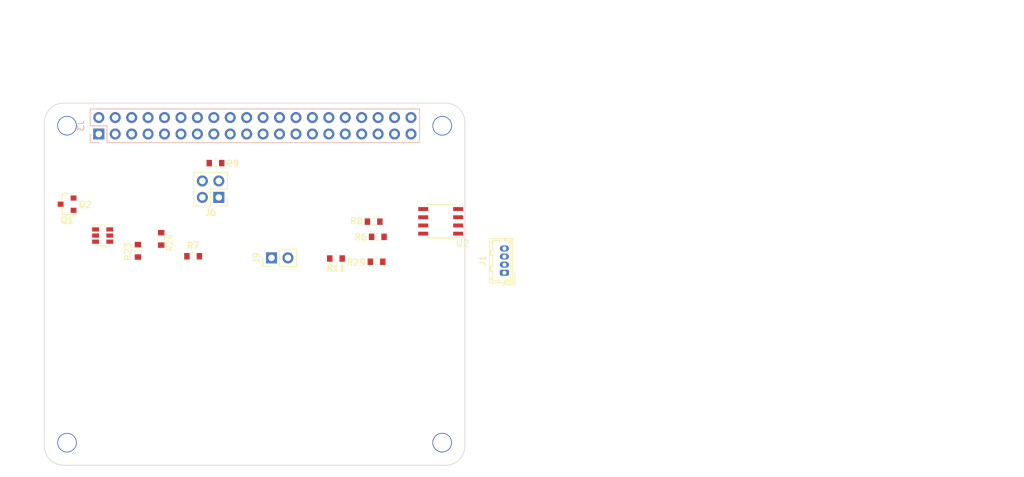
<source format=kicad_pcb>
(kicad_pcb (version 20171130) (host pcbnew "(5.0.2)-1")

  (general
    (thickness 1.6)
    (drawings 54)
    (tracks 0)
    (zones 0)
    (modules 19)
    (nets 38)
  )

  (page A4)
  (layers
    (0 F.Cu signal)
    (31 B.Cu signal)
    (32 B.Adhes user)
    (33 F.Adhes user)
    (34 B.Paste user)
    (35 F.Paste user)
    (36 B.SilkS user)
    (37 F.SilkS user)
    (38 B.Mask user)
    (39 F.Mask user)
    (40 Dwgs.User user)
    (41 Cmts.User user)
    (42 Eco1.User user)
    (43 Eco2.User user)
    (44 Edge.Cuts user)
    (45 Margin user)
    (46 B.CrtYd user)
    (47 F.CrtYd user)
    (48 B.Fab user)
    (49 F.Fab user)
  )

  (setup
    (last_trace_width 0.15)
    (user_trace_width 0.15)
    (user_trace_width 0.2)
    (user_trace_width 0.25)
    (user_trace_width 0.4)
    (user_trace_width 0.5)
    (user_trace_width 0.6)
    (user_trace_width 1)
    (user_trace_width 2)
    (trace_clearance 0.2)
    (zone_clearance 0.2)
    (zone_45_only yes)
    (trace_min 0.15)
    (segment_width 0.15)
    (edge_width 0.15)
    (via_size 0.4)
    (via_drill 0.2)
    (via_min_size 0.4)
    (via_min_drill 0.2)
    (uvia_size 0.3)
    (uvia_drill 0.1)
    (uvias_allowed no)
    (uvia_min_size 0.2)
    (uvia_min_drill 0.1)
    (pcb_text_width 0.3)
    (pcb_text_size 1.5 1.5)
    (mod_edge_width 0.15)
    (mod_text_size 0.6 0.6)
    (mod_text_width 0.09)
    (pad_size 1.524 1.524)
    (pad_drill 0.762)
    (pad_to_mask_clearance 0.1)
    (solder_mask_min_width 0.25)
    (aux_axis_origin 0 0)
    (visible_elements 7FFFFE3F)
    (pcbplotparams
      (layerselection 0x010f8_80000007)
      (usegerberextensions false)
      (usegerberattributes false)
      (usegerberadvancedattributes false)
      (creategerberjobfile false)
      (excludeedgelayer false)
      (linewidth 0.100000)
      (plotframeref false)
      (viasonmask false)
      (mode 1)
      (useauxorigin false)
      (hpglpennumber 1)
      (hpglpenspeed 20)
      (hpglpendiameter 15.000000)
      (psnegative false)
      (psa4output false)
      (plotreference true)
      (plotvalue false)
      (plotinvisibletext false)
      (padsonsilk true)
      (subtractmaskfromsilk false)
      (outputformat 1)
      (mirror false)
      (drillshape 0)
      (scaleselection 1)
      (outputdirectory "prod"))
  )

  (net 0 "")
  (net 1 GND)
  (net 2 /ID_SD_EEPROM)
  (net 3 /ID_SC_EEPROM)
  (net 4 "Net-(Q1-Pad1)")
  (net 5 "Net-(Q2-Pad1)")
  (net 6 /P3V3_HAT)
  (net 7 /P5V_HAT)
  (net 8 /P3V3)
  (net 9 /P5V)
  (net 10 "Net-(J9-Pad2)")
  (net 11 "Net-(J3-Pad3)")
  (net 12 "Net-(J3-Pad5)")
  (net 13 "Net-(J3-Pad7)")
  (net 14 "Net-(J3-Pad8)")
  (net 15 "Net-(J3-Pad10)")
  (net 16 "Net-(J3-Pad11)")
  (net 17 "Net-(J3-Pad12)")
  (net 18 "Net-(J3-Pad13)")
  (net 19 "Net-(J3-Pad15)")
  (net 20 "Net-(J3-Pad16)")
  (net 21 "Net-(J3-Pad17)")
  (net 22 "Net-(J3-Pad18)")
  (net 23 "Net-(J3-Pad19)")
  (net 24 "Net-(J3-Pad21)")
  (net 25 "Net-(J3-Pad22)")
  (net 26 "Net-(J3-Pad23)")
  (net 27 "Net-(J3-Pad24)")
  (net 28 "Net-(J3-Pad26)")
  (net 29 "Net-(J3-Pad29)")
  (net 30 "Net-(J3-Pad31)")
  (net 31 "Net-(J3-Pad32)")
  (net 32 "Net-(J3-Pad33)")
  (net 33 "Net-(J3-Pad35)")
  (net 34 "Net-(J3-Pad36)")
  (net 35 "Net-(J3-Pad37)")
  (net 36 "Net-(J3-Pad38)")
  (net 37 "Net-(J3-Pad40)")

  (net_class Default "This is the default net class."
    (clearance 0.2)
    (trace_width 0.15)
    (via_dia 0.4)
    (via_drill 0.2)
    (uvia_dia 0.3)
    (uvia_drill 0.1)
    (add_net /ID_SC_EEPROM)
    (add_net /ID_SD_EEPROM)
    (add_net /P3V3)
    (add_net /P3V3_HAT)
    (add_net /P5V)
    (add_net /P5V_HAT)
    (add_net GND)
    (add_net "Net-(J3-Pad10)")
    (add_net "Net-(J3-Pad11)")
    (add_net "Net-(J3-Pad12)")
    (add_net "Net-(J3-Pad13)")
    (add_net "Net-(J3-Pad15)")
    (add_net "Net-(J3-Pad16)")
    (add_net "Net-(J3-Pad17)")
    (add_net "Net-(J3-Pad18)")
    (add_net "Net-(J3-Pad19)")
    (add_net "Net-(J3-Pad21)")
    (add_net "Net-(J3-Pad22)")
    (add_net "Net-(J3-Pad23)")
    (add_net "Net-(J3-Pad24)")
    (add_net "Net-(J3-Pad26)")
    (add_net "Net-(J3-Pad29)")
    (add_net "Net-(J3-Pad3)")
    (add_net "Net-(J3-Pad31)")
    (add_net "Net-(J3-Pad32)")
    (add_net "Net-(J3-Pad33)")
    (add_net "Net-(J3-Pad35)")
    (add_net "Net-(J3-Pad36)")
    (add_net "Net-(J3-Pad37)")
    (add_net "Net-(J3-Pad38)")
    (add_net "Net-(J3-Pad40)")
    (add_net "Net-(J3-Pad5)")
    (add_net "Net-(J3-Pad7)")
    (add_net "Net-(J3-Pad8)")
    (add_net "Net-(J9-Pad2)")
    (add_net "Net-(Q1-Pad1)")
    (add_net "Net-(Q2-Pad1)")
  )

  (module Connector_PinHeader_2.54mm:PinHeader_2x02_P2.54mm_Vertical (layer F.Cu) (tedit 59FED5CC) (tstamp 5A78A54B)
    (at 105.5 75.4 180)
    (descr "Through hole straight pin header, 2x02, 2.54mm pitch, double rows")
    (tags "Through hole pin header THT 2x02 2.54mm double row")
    (path /58E13683)
    (fp_text reference J6 (at 1.27 -2.33 180) (layer F.SilkS)
      (effects (font (size 1 1) (thickness 0.15)))
    )
    (fp_text value CONN_02X02 (at -2.032 1.27 270) (layer F.Fab)
      (effects (font (size 0.6 0.6) (thickness 0.09)))
    )
    (fp_text user %R (at 1.27 1.27 270) (layer F.Fab)
      (effects (font (size 1 1) (thickness 0.15)))
    )
    (fp_line (start 4.35 -1.8) (end -1.8 -1.8) (layer F.CrtYd) (width 0.05))
    (fp_line (start 4.35 4.35) (end 4.35 -1.8) (layer F.CrtYd) (width 0.05))
    (fp_line (start -1.8 4.35) (end 4.35 4.35) (layer F.CrtYd) (width 0.05))
    (fp_line (start -1.8 -1.8) (end -1.8 4.35) (layer F.CrtYd) (width 0.05))
    (fp_line (start -1.33 -1.33) (end 0 -1.33) (layer F.SilkS) (width 0.12))
    (fp_line (start -1.33 0) (end -1.33 -1.33) (layer F.SilkS) (width 0.12))
    (fp_line (start 1.27 -1.33) (end 3.87 -1.33) (layer F.SilkS) (width 0.12))
    (fp_line (start 1.27 1.27) (end 1.27 -1.33) (layer F.SilkS) (width 0.12))
    (fp_line (start -1.33 1.27) (end 1.27 1.27) (layer F.SilkS) (width 0.12))
    (fp_line (start 3.87 -1.33) (end 3.87 3.87) (layer F.SilkS) (width 0.12))
    (fp_line (start -1.33 1.27) (end -1.33 3.87) (layer F.SilkS) (width 0.12))
    (fp_line (start -1.33 3.87) (end 3.87 3.87) (layer F.SilkS) (width 0.12))
    (fp_line (start -1.27 0) (end 0 -1.27) (layer F.Fab) (width 0.1))
    (fp_line (start -1.27 3.81) (end -1.27 0) (layer F.Fab) (width 0.1))
    (fp_line (start 3.81 3.81) (end -1.27 3.81) (layer F.Fab) (width 0.1))
    (fp_line (start 3.81 -1.27) (end 3.81 3.81) (layer F.Fab) (width 0.1))
    (fp_line (start 0 -1.27) (end 3.81 -1.27) (layer F.Fab) (width 0.1))
    (pad 4 thru_hole oval (at 2.54 2.54 180) (size 1.7 1.7) (drill 1) (layers *.Cu *.Mask)
      (net 7 /P5V_HAT))
    (pad 3 thru_hole oval (at 0 2.54 180) (size 1.7 1.7) (drill 1) (layers *.Cu *.Mask)
      (net 9 /P5V))
    (pad 2 thru_hole oval (at 2.54 0 180) (size 1.7 1.7) (drill 1) (layers *.Cu *.Mask)
      (net 6 /P3V3_HAT))
    (pad 1 thru_hole rect (at 0 0 180) (size 1.7 1.7) (drill 1) (layers *.Cu *.Mask)
      (net 8 /P3V3))
    (model ${KISYS3DMOD}/Connector_PinHeader_2.54mm.3dshapes/PinHeader_2x02_P2.54mm_Vertical.wrl
      (at (xyz 0 0 0))
      (scale (xyz 1 1 1))
      (rotate (xyz 0 0 0))
    )
  )

  (module Connector_PinHeader_2.54mm:PinHeader_1x02_P2.54mm_Vertical (layer F.Cu) (tedit 59FED5CC) (tstamp 5A78A564)
    (at 113.65 84.75 90)
    (descr "Through hole straight pin header, 1x02, 2.54mm pitch, single row")
    (tags "Through hole pin header THT 1x02 2.54mm single row")
    (path /58E18D32)
    (fp_text reference J9 (at 0 -2.33 90) (layer F.SilkS)
      (effects (font (size 1 1) (thickness 0.15)))
    )
    (fp_text value CONN_01X02 (at -1.9 1.3 180) (layer F.Fab)
      (effects (font (size 0.6 0.6) (thickness 0.09)))
    )
    (fp_line (start -0.635 -1.27) (end 1.27 -1.27) (layer F.Fab) (width 0.1))
    (fp_line (start 1.27 -1.27) (end 1.27 3.81) (layer F.Fab) (width 0.1))
    (fp_line (start 1.27 3.81) (end -1.27 3.81) (layer F.Fab) (width 0.1))
    (fp_line (start -1.27 3.81) (end -1.27 -0.635) (layer F.Fab) (width 0.1))
    (fp_line (start -1.27 -0.635) (end -0.635 -1.27) (layer F.Fab) (width 0.1))
    (fp_line (start -1.33 3.87) (end 1.33 3.87) (layer F.SilkS) (width 0.12))
    (fp_line (start -1.33 1.27) (end -1.33 3.87) (layer F.SilkS) (width 0.12))
    (fp_line (start 1.33 1.27) (end 1.33 3.87) (layer F.SilkS) (width 0.12))
    (fp_line (start -1.33 1.27) (end 1.33 1.27) (layer F.SilkS) (width 0.12))
    (fp_line (start -1.33 0) (end -1.33 -1.33) (layer F.SilkS) (width 0.12))
    (fp_line (start -1.33 -1.33) (end 0 -1.33) (layer F.SilkS) (width 0.12))
    (fp_line (start -1.8 -1.8) (end -1.8 4.35) (layer F.CrtYd) (width 0.05))
    (fp_line (start -1.8 4.35) (end 1.8 4.35) (layer F.CrtYd) (width 0.05))
    (fp_line (start 1.8 4.35) (end 1.8 -1.8) (layer F.CrtYd) (width 0.05))
    (fp_line (start 1.8 -1.8) (end -1.8 -1.8) (layer F.CrtYd) (width 0.05))
    (fp_text user %R (at 0 1.27 180) (layer F.Fab)
      (effects (font (size 1 1) (thickness 0.15)))
    )
    (pad 1 thru_hole rect (at 0 0 90) (size 1.7 1.7) (drill 1) (layers *.Cu *.Mask)
      (net 1 GND))
    (pad 2 thru_hole oval (at 0 2.54 90) (size 1.7 1.7) (drill 1) (layers *.Cu *.Mask)
      (net 10 "Net-(J9-Pad2)"))
    (model ${KISYS3DMOD}/Connector_PinHeader_2.54mm.3dshapes/PinHeader_1x02_P2.54mm_Vertical.wrl
      (at (xyz 0 0 0))
      (scale (xyz 1 1 1))
      (rotate (xyz 0 0 0))
    )
  )

  (module Connector_PinSocket_2.54mm:PinSocket_2x20_P2.54mm_Vertical locked (layer B.Cu) (tedit 5A19A433) (tstamp 5A78A50E)
    (at 86.95 65.6 270)
    (descr "Through hole straight socket strip, 2x20, 2.54mm pitch, double cols (from Kicad 4.0.7), script generated")
    (tags "Through hole socket strip THT 2x20 2.54mm double row")
    (path /58DFC771)
    (fp_text reference J3 (at -1.27 2.77 270) (layer B.SilkS)
      (effects (font (size 1 1) (thickness 0.15)) (justify mirror))
    )
    (fp_text value 40HAT (at -1.27 -51.03 270) (layer B.Fab)
      (effects (font (size 0.6 0.6) (thickness 0.09)) (justify mirror))
    )
    (fp_line (start -3.81 1.27) (end 0.27 1.27) (layer B.Fab) (width 0.1))
    (fp_line (start 0.27 1.27) (end 1.27 0.27) (layer B.Fab) (width 0.1))
    (fp_line (start 1.27 0.27) (end 1.27 -49.53) (layer B.Fab) (width 0.1))
    (fp_line (start 1.27 -49.53) (end -3.81 -49.53) (layer B.Fab) (width 0.1))
    (fp_line (start -3.81 -49.53) (end -3.81 1.27) (layer B.Fab) (width 0.1))
    (fp_line (start -3.87 1.33) (end -1.27 1.33) (layer B.SilkS) (width 0.12))
    (fp_line (start -3.87 1.33) (end -3.87 -49.59) (layer B.SilkS) (width 0.12))
    (fp_line (start -3.87 -49.59) (end 1.33 -49.59) (layer B.SilkS) (width 0.12))
    (fp_line (start 1.33 -1.27) (end 1.33 -49.59) (layer B.SilkS) (width 0.12))
    (fp_line (start -1.27 -1.27) (end 1.33 -1.27) (layer B.SilkS) (width 0.12))
    (fp_line (start -1.27 1.33) (end -1.27 -1.27) (layer B.SilkS) (width 0.12))
    (fp_line (start 1.33 1.33) (end 1.33 0) (layer B.SilkS) (width 0.12))
    (fp_line (start 0 1.33) (end 1.33 1.33) (layer B.SilkS) (width 0.12))
    (fp_line (start -4.34 1.8) (end 1.76 1.8) (layer B.CrtYd) (width 0.05))
    (fp_line (start 1.76 1.8) (end 1.76 -50) (layer B.CrtYd) (width 0.05))
    (fp_line (start 1.76 -50) (end -4.34 -50) (layer B.CrtYd) (width 0.05))
    (fp_line (start -4.34 -50) (end -4.34 1.8) (layer B.CrtYd) (width 0.05))
    (fp_text user %R (at -1.27 -24.13 180) (layer B.Fab)
      (effects (font (size 1 1) (thickness 0.15)) (justify mirror))
    )
    (pad 1 thru_hole rect (at 0 0 270) (size 1.7 1.7) (drill 1) (layers *.Cu *.Mask)
      (net 6 /P3V3_HAT))
    (pad 2 thru_hole oval (at -2.54 0 270) (size 1.7 1.7) (drill 1) (layers *.Cu *.Mask)
      (net 7 /P5V_HAT))
    (pad 3 thru_hole oval (at 0 -2.54 270) (size 1.7 1.7) (drill 1) (layers *.Cu *.Mask)
      (net 11 "Net-(J3-Pad3)"))
    (pad 4 thru_hole oval (at -2.54 -2.54 270) (size 1.7 1.7) (drill 1) (layers *.Cu *.Mask)
      (net 7 /P5V_HAT))
    (pad 5 thru_hole oval (at 0 -5.08 270) (size 1.7 1.7) (drill 1) (layers *.Cu *.Mask)
      (net 12 "Net-(J3-Pad5)"))
    (pad 6 thru_hole oval (at -2.54 -5.08 270) (size 1.7 1.7) (drill 1) (layers *.Cu *.Mask)
      (net 1 GND))
    (pad 7 thru_hole oval (at 0 -7.62 270) (size 1.7 1.7) (drill 1) (layers *.Cu *.Mask)
      (net 13 "Net-(J3-Pad7)"))
    (pad 8 thru_hole oval (at -2.54 -7.62 270) (size 1.7 1.7) (drill 1) (layers *.Cu *.Mask)
      (net 14 "Net-(J3-Pad8)"))
    (pad 9 thru_hole oval (at 0 -10.16 270) (size 1.7 1.7) (drill 1) (layers *.Cu *.Mask)
      (net 1 GND))
    (pad 10 thru_hole oval (at -2.54 -10.16 270) (size 1.7 1.7) (drill 1) (layers *.Cu *.Mask)
      (net 15 "Net-(J3-Pad10)"))
    (pad 11 thru_hole oval (at 0 -12.7 270) (size 1.7 1.7) (drill 1) (layers *.Cu *.Mask)
      (net 16 "Net-(J3-Pad11)"))
    (pad 12 thru_hole oval (at -2.54 -12.7 270) (size 1.7 1.7) (drill 1) (layers *.Cu *.Mask)
      (net 17 "Net-(J3-Pad12)"))
    (pad 13 thru_hole oval (at 0 -15.24 270) (size 1.7 1.7) (drill 1) (layers *.Cu *.Mask)
      (net 18 "Net-(J3-Pad13)"))
    (pad 14 thru_hole oval (at -2.54 -15.24 270) (size 1.7 1.7) (drill 1) (layers *.Cu *.Mask)
      (net 1 GND))
    (pad 15 thru_hole oval (at 0 -17.78 270) (size 1.7 1.7) (drill 1) (layers *.Cu *.Mask)
      (net 19 "Net-(J3-Pad15)"))
    (pad 16 thru_hole oval (at -2.54 -17.78 270) (size 1.7 1.7) (drill 1) (layers *.Cu *.Mask)
      (net 20 "Net-(J3-Pad16)"))
    (pad 17 thru_hole oval (at 0 -20.32 270) (size 1.7 1.7) (drill 1) (layers *.Cu *.Mask)
      (net 21 "Net-(J3-Pad17)"))
    (pad 18 thru_hole oval (at -2.54 -20.32 270) (size 1.7 1.7) (drill 1) (layers *.Cu *.Mask)
      (net 22 "Net-(J3-Pad18)"))
    (pad 19 thru_hole oval (at 0 -22.86 270) (size 1.7 1.7) (drill 1) (layers *.Cu *.Mask)
      (net 23 "Net-(J3-Pad19)"))
    (pad 20 thru_hole oval (at -2.54 -22.86 270) (size 1.7 1.7) (drill 1) (layers *.Cu *.Mask)
      (net 1 GND))
    (pad 21 thru_hole oval (at 0 -25.4 270) (size 1.7 1.7) (drill 1) (layers *.Cu *.Mask)
      (net 24 "Net-(J3-Pad21)"))
    (pad 22 thru_hole oval (at -2.54 -25.4 270) (size 1.7 1.7) (drill 1) (layers *.Cu *.Mask)
      (net 25 "Net-(J3-Pad22)"))
    (pad 23 thru_hole oval (at 0 -27.94 270) (size 1.7 1.7) (drill 1) (layers *.Cu *.Mask)
      (net 26 "Net-(J3-Pad23)"))
    (pad 24 thru_hole oval (at -2.54 -27.94 270) (size 1.7 1.7) (drill 1) (layers *.Cu *.Mask)
      (net 27 "Net-(J3-Pad24)"))
    (pad 25 thru_hole oval (at 0 -30.48 270) (size 1.7 1.7) (drill 1) (layers *.Cu *.Mask)
      (net 1 GND))
    (pad 26 thru_hole oval (at -2.54 -30.48 270) (size 1.7 1.7) (drill 1) (layers *.Cu *.Mask)
      (net 28 "Net-(J3-Pad26)"))
    (pad 27 thru_hole oval (at 0 -33.02 270) (size 1.7 1.7) (drill 1) (layers *.Cu *.Mask)
      (net 2 /ID_SD_EEPROM))
    (pad 28 thru_hole oval (at -2.54 -33.02 270) (size 1.7 1.7) (drill 1) (layers *.Cu *.Mask)
      (net 3 /ID_SC_EEPROM))
    (pad 29 thru_hole oval (at 0 -35.56 270) (size 1.7 1.7) (drill 1) (layers *.Cu *.Mask)
      (net 29 "Net-(J3-Pad29)"))
    (pad 30 thru_hole oval (at -2.54 -35.56 270) (size 1.7 1.7) (drill 1) (layers *.Cu *.Mask)
      (net 1 GND))
    (pad 31 thru_hole oval (at 0 -38.1 270) (size 1.7 1.7) (drill 1) (layers *.Cu *.Mask)
      (net 30 "Net-(J3-Pad31)"))
    (pad 32 thru_hole oval (at -2.54 -38.1 270) (size 1.7 1.7) (drill 1) (layers *.Cu *.Mask)
      (net 31 "Net-(J3-Pad32)"))
    (pad 33 thru_hole oval (at 0 -40.64 270) (size 1.7 1.7) (drill 1) (layers *.Cu *.Mask)
      (net 32 "Net-(J3-Pad33)"))
    (pad 34 thru_hole oval (at -2.54 -40.64 270) (size 1.7 1.7) (drill 1) (layers *.Cu *.Mask)
      (net 1 GND))
    (pad 35 thru_hole oval (at 0 -43.18 270) (size 1.7 1.7) (drill 1) (layers *.Cu *.Mask)
      (net 33 "Net-(J3-Pad35)"))
    (pad 36 thru_hole oval (at -2.54 -43.18 270) (size 1.7 1.7) (drill 1) (layers *.Cu *.Mask)
      (net 34 "Net-(J3-Pad36)"))
    (pad 37 thru_hole oval (at 0 -45.72 270) (size 1.7 1.7) (drill 1) (layers *.Cu *.Mask)
      (net 35 "Net-(J3-Pad37)"))
    (pad 38 thru_hole oval (at -2.54 -45.72 270) (size 1.7 1.7) (drill 1) (layers *.Cu *.Mask)
      (net 36 "Net-(J3-Pad38)"))
    (pad 39 thru_hole oval (at 0 -48.26 270) (size 1.7 1.7) (drill 1) (layers *.Cu *.Mask)
      (net 1 GND))
    (pad 40 thru_hole oval (at -2.54 -48.26 270) (size 1.7 1.7) (drill 1) (layers *.Cu *.Mask)
      (net 37 "Net-(J3-Pad40)"))
    (model ${KISYS3DMOD}/Connector_PinSocket_2.54mm.3dshapes/PinSocket_2x20_P2.54mm_Vertical.wrl
      (at (xyz 0 0 0))
      (scale (xyz 1 1 1))
      (rotate (xyz 0 0 0))
    )
  )

  (module Package_SOIC:SOIC-8_3.9x4.9mm_P1.27mm (layer F.Cu) (tedit 5A02F2D3) (tstamp 5A78A4F2)
    (at 139.8 79.105 180)
    (descr "8-Lead Plastic Small Outline (SN) - Narrow, 3.90 mm Body [SOIC] (see Microchip Packaging Specification 00000049BS.pdf)")
    (tags "SOIC 1.27")
    (path /58E1713F)
    (attr smd)
    (fp_text reference U2 (at -3.4 -3.4 180) (layer F.SilkS)
      (effects (font (size 1 1) (thickness 0.15)))
    )
    (fp_text value CAT24C32 (at -2.65 0.1 270) (layer F.Fab)
      (effects (font (size 0.6 0.6) (thickness 0.09)))
    )
    (fp_text user %R (at 0 0 180) (layer F.Fab)
      (effects (font (size 1 1) (thickness 0.15)))
    )
    (fp_line (start -0.95 -2.45) (end 1.95 -2.45) (layer F.Fab) (width 0.1))
    (fp_line (start 1.95 -2.45) (end 1.95 2.45) (layer F.Fab) (width 0.1))
    (fp_line (start 1.95 2.45) (end -1.95 2.45) (layer F.Fab) (width 0.1))
    (fp_line (start -1.95 2.45) (end -1.95 -1.45) (layer F.Fab) (width 0.1))
    (fp_line (start -1.95 -1.45) (end -0.95 -2.45) (layer F.Fab) (width 0.1))
    (fp_line (start -3.73 -2.7) (end -3.73 2.7) (layer F.CrtYd) (width 0.05))
    (fp_line (start 3.73 -2.7) (end 3.73 2.7) (layer F.CrtYd) (width 0.05))
    (fp_line (start -3.73 -2.7) (end 3.73 -2.7) (layer F.CrtYd) (width 0.05))
    (fp_line (start -3.73 2.7) (end 3.73 2.7) (layer F.CrtYd) (width 0.05))
    (fp_line (start -2.075 -2.575) (end -2.075 -2.525) (layer F.SilkS) (width 0.15))
    (fp_line (start 2.075 -2.575) (end 2.075 -2.43) (layer F.SilkS) (width 0.15))
    (fp_line (start 2.075 2.575) (end 2.075 2.43) (layer F.SilkS) (width 0.15))
    (fp_line (start -2.075 2.575) (end -2.075 2.43) (layer F.SilkS) (width 0.15))
    (fp_line (start -2.075 -2.575) (end 2.075 -2.575) (layer F.SilkS) (width 0.15))
    (fp_line (start -2.075 2.575) (end 2.075 2.575) (layer F.SilkS) (width 0.15))
    (fp_line (start -2.075 -2.525) (end -3.475 -2.525) (layer F.SilkS) (width 0.15))
    (pad 1 smd rect (at -2.7 -1.905 180) (size 1.55 0.6) (layers F.Cu F.Paste F.Mask)
      (net 1 GND))
    (pad 2 smd rect (at -2.7 -0.635 180) (size 1.55 0.6) (layers F.Cu F.Paste F.Mask)
      (net 1 GND))
    (pad 3 smd rect (at -2.7 0.635 180) (size 1.55 0.6) (layers F.Cu F.Paste F.Mask)
      (net 1 GND))
    (pad 4 smd rect (at -2.7 1.905 180) (size 1.55 0.6) (layers F.Cu F.Paste F.Mask)
      (net 1 GND))
    (pad 5 smd rect (at 2.7 1.905 180) (size 1.55 0.6) (layers F.Cu F.Paste F.Mask)
      (net 3 /ID_SC_EEPROM))
    (pad 6 smd rect (at 2.7 0.635 180) (size 1.55 0.6) (layers F.Cu F.Paste F.Mask)
      (net 2 /ID_SD_EEPROM))
    (pad 7 smd rect (at 2.7 -0.635 180) (size 1.55 0.6) (layers F.Cu F.Paste F.Mask)
      (net 10 "Net-(J9-Pad2)"))
    (pad 8 smd rect (at 2.7 -1.905 180) (size 1.55 0.6) (layers F.Cu F.Paste F.Mask)
      (net 8 /P3V3))
    (model ${KISYS3DMOD}/Package_SOIC.3dshapes/SOIC-8_3.9x4.9mm_P1.27mm.wrl
      (at (xyz 0 0 0))
      (scale (xyz 1 1 1))
      (rotate (xyz 0 0 0))
    )
  )

  (module Package_TO_SOT_SMD:SOT-23 (layer F.Cu) (tedit 5A6D06A4) (tstamp 5A78A4DE)
    (at 82.05 76.45 180)
    (descr "SOT-23, Standard")
    (tags SOT-23)
    (path /58E14EB1)
    (attr smd)
    (fp_text reference Q1 (at 0 -2.5 180) (layer F.SilkS)
      (effects (font (size 1 1) (thickness 0.15)))
    )
    (fp_text value DMG2305UX (at 1.494 2.036) (layer F.Fab)
      (effects (font (size 0.6 0.6) (thickness 0.09)))
    )
    (fp_text user %R (at 0 0 270) (layer F.Fab)
      (effects (font (size 0.5 0.5) (thickness 0.075)))
    )
    (fp_line (start -0.7 -0.95) (end -0.7 1.5) (layer F.Fab) (width 0.1))
    (fp_line (start -0.15 -1.52) (end 0.7 -1.52) (layer F.Fab) (width 0.1))
    (fp_line (start -0.7 -0.95) (end -0.15 -1.52) (layer F.Fab) (width 0.1))
    (fp_line (start 0.7 -1.52) (end 0.7 1.52) (layer F.Fab) (width 0.1))
    (fp_line (start -0.7 1.52) (end 0.7 1.52) (layer F.Fab) (width 0.1))
    (fp_line (start 0.76 1.58) (end 0.76 0.65) (layer F.SilkS) (width 0.12))
    (fp_line (start 0.76 -1.58) (end 0.76 -0.65) (layer F.SilkS) (width 0.12))
    (fp_line (start -1.7 -1.75) (end 1.7 -1.75) (layer F.CrtYd) (width 0.05))
    (fp_line (start 1.7 -1.75) (end 1.7 1.75) (layer F.CrtYd) (width 0.05))
    (fp_line (start 1.7 1.75) (end -1.7 1.75) (layer F.CrtYd) (width 0.05))
    (fp_line (start -1.7 1.75) (end -1.7 -1.75) (layer F.CrtYd) (width 0.05))
    (fp_line (start 0.76 -1.58) (end -1.4 -1.58) (layer F.SilkS) (width 0.12))
    (fp_line (start 0.76 1.58) (end -0.7 1.58) (layer F.SilkS) (width 0.12))
    (pad 1 smd rect (at -1 -0.95 180) (size 0.9 0.8) (layers F.Cu F.Paste F.Mask)
      (net 4 "Net-(Q1-Pad1)"))
    (pad 2 smd rect (at -1 0.95 180) (size 0.9 0.8) (layers F.Cu F.Paste F.Mask)
      (net 7 /P5V_HAT))
    (pad 3 smd rect (at 1 0 180) (size 0.9 0.8) (layers F.Cu F.Paste F.Mask)
      (net 9 /P5V))
    (model ${KISYS3DMOD}/Package_TO_SOT_SMD.3dshapes/SOT-23.wrl
      (at (xyz 0 0 0))
      (scale (xyz 1 1 1))
      (rotate (xyz 0 0 0))
    )
  )

  (module Package_TO_SOT_SMD:SOT-23-6 (layer F.Cu) (tedit 5A02FF57) (tstamp 5A78A4C9)
    (at 87.55 81.3)
    (descr "6-pin SOT-23 package")
    (tags SOT-23-6)
    (path /58E1538B)
    (attr smd)
    (fp_text reference Q2 (at -2.706 -4.774) (layer F.SilkS)
      (effects (font (size 1 1) (thickness 0.15)))
    )
    (fp_text value DMMT5401 (at -2.452 -0.202 90) (layer F.Fab)
      (effects (font (size 0.6 0.6) (thickness 0.09)))
    )
    (fp_text user %R (at 0 0 90) (layer F.Fab)
      (effects (font (size 0.5 0.5) (thickness 0.075)))
    )
    (fp_line (start -0.9 1.61) (end 0.9 1.61) (layer F.SilkS) (width 0.12))
    (fp_line (start 0.9 -1.61) (end -1.55 -1.61) (layer F.SilkS) (width 0.12))
    (fp_line (start 1.9 -1.8) (end -1.9 -1.8) (layer F.CrtYd) (width 0.05))
    (fp_line (start 1.9 1.8) (end 1.9 -1.8) (layer F.CrtYd) (width 0.05))
    (fp_line (start -1.9 1.8) (end 1.9 1.8) (layer F.CrtYd) (width 0.05))
    (fp_line (start -1.9 -1.8) (end -1.9 1.8) (layer F.CrtYd) (width 0.05))
    (fp_line (start -0.9 -0.9) (end -0.25 -1.55) (layer F.Fab) (width 0.1))
    (fp_line (start 0.9 -1.55) (end -0.25 -1.55) (layer F.Fab) (width 0.1))
    (fp_line (start -0.9 -0.9) (end -0.9 1.55) (layer F.Fab) (width 0.1))
    (fp_line (start 0.9 1.55) (end -0.9 1.55) (layer F.Fab) (width 0.1))
    (fp_line (start 0.9 -1.55) (end 0.9 1.55) (layer F.Fab) (width 0.1))
    (pad 1 smd rect (at -1.1 -0.95) (size 1.06 0.65) (layers F.Cu F.Paste F.Mask)
      (net 5 "Net-(Q2-Pad1)"))
    (pad 2 smd rect (at -1.1 0) (size 1.06 0.65) (layers F.Cu F.Paste F.Mask)
      (net 5 "Net-(Q2-Pad1)"))
    (pad 3 smd rect (at -1.1 0.95) (size 1.06 0.65) (layers F.Cu F.Paste F.Mask)
      (net 5 "Net-(Q2-Pad1)"))
    (pad 4 smd rect (at 1.1 0.95) (size 1.06 0.65) (layers F.Cu F.Paste F.Mask)
      (net 4 "Net-(Q1-Pad1)"))
    (pad 6 smd rect (at 1.1 -0.95) (size 1.06 0.65) (layers F.Cu F.Paste F.Mask)
      (net 9 /P5V))
    (pad 5 smd rect (at 1.1 0) (size 1.06 0.65) (layers F.Cu F.Paste F.Mask)
      (net 7 /P5V_HAT))
    (model ${KISYS3DMOD}/Package_TO_SOT_SMD.3dshapes/SOT-23-6.wrl
      (at (xyz 0 0 0))
      (scale (xyz 1 1 1))
      (rotate (xyz 0 0 0))
    )
  )

  (module Resistor_SMD:R_0603_1608Metric_Pad0.84x1.00mm_HandSolder (layer F.Cu) (tedit 59FE48B8) (tstamp 5A78A4B9)
    (at 130.0875 81.5)
    (descr "Resistor SMD 0603 (1608 Metric), square (rectangular) end terminal, IPC_7351 nominal with elongated pad for handsoldering. (Body size source: http://www.tortai-tech.com/upload/download/2011102023233369053.pdf), generated with kicad-footprint-generator")
    (tags "resistor handsolder")
    (path /58E17715)
    (attr smd)
    (fp_text reference R6 (at -2.65 0.05) (layer F.SilkS)
      (effects (font (size 1 1) (thickness 0.15)))
    )
    (fp_text value 3.9K (at 1.85 0.05) (layer F.Fab)
      (effects (font (size 0.6 0.6) (thickness 0.09)))
    )
    (fp_text user %R (at 0 0) (layer F.Fab)
      (effects (font (size 0.5 0.5) (thickness 0.08)))
    )
    (fp_line (start 1.64 0.75) (end -1.64 0.75) (layer F.CrtYd) (width 0.05))
    (fp_line (start 1.64 -0.75) (end 1.64 0.75) (layer F.CrtYd) (width 0.05))
    (fp_line (start -1.64 -0.75) (end 1.64 -0.75) (layer F.CrtYd) (width 0.05))
    (fp_line (start -1.64 0.75) (end -1.64 -0.75) (layer F.CrtYd) (width 0.05))
    (fp_line (start -0.22 0.51) (end 0.22 0.51) (layer F.SilkS) (width 0.12))
    (fp_line (start -0.22 -0.51) (end 0.22 -0.51) (layer F.SilkS) (width 0.12))
    (fp_line (start 0.8 0.4) (end -0.8 0.4) (layer F.Fab) (width 0.1))
    (fp_line (start 0.8 -0.4) (end 0.8 0.4) (layer F.Fab) (width 0.1))
    (fp_line (start -0.8 -0.4) (end 0.8 -0.4) (layer F.Fab) (width 0.1))
    (fp_line (start -0.8 0.4) (end -0.8 -0.4) (layer F.Fab) (width 0.1))
    (pad 2 smd rect (at 0.9625 0) (size 0.845 1) (layers F.Cu F.Paste F.Mask)
      (net 2 /ID_SD_EEPROM))
    (pad 1 smd rect (at -0.9625 0) (size 0.845 1) (layers F.Cu F.Paste F.Mask)
      (net 8 /P3V3))
    (model ${KISYS3DMOD}/Resistor_SMD.3dshapes/R_0603_1608Metric.wrl
      (at (xyz 0 0 0))
      (scale (xyz 1 1 1))
      (rotate (xyz 0 0 0))
    )
  )

  (module Resistor_SMD:R_0603_1608Metric_Pad0.84x1.00mm_HandSolder (layer F.Cu) (tedit 59FE48B8) (tstamp 5A78A4A9)
    (at 129.8875 85.35)
    (descr "Resistor SMD 0603 (1608 Metric), square (rectangular) end terminal, IPC_7351 nominal with elongated pad for handsoldering. (Body size source: http://www.tortai-tech.com/upload/download/2011102023233369053.pdf), generated with kicad-footprint-generator")
    (tags "resistor handsolder")
    (path /58E19E51)
    (attr smd)
    (fp_text reference R29 (at -3.15 0.1) (layer F.SilkS)
      (effects (font (size 1 1) (thickness 0.15)))
    )
    (fp_text value 10K (at 1.85 -0.15) (layer F.Fab)
      (effects (font (size 0.6 0.6) (thickness 0.09)))
    )
    (fp_line (start -0.8 0.4) (end -0.8 -0.4) (layer F.Fab) (width 0.1))
    (fp_line (start -0.8 -0.4) (end 0.8 -0.4) (layer F.Fab) (width 0.1))
    (fp_line (start 0.8 -0.4) (end 0.8 0.4) (layer F.Fab) (width 0.1))
    (fp_line (start 0.8 0.4) (end -0.8 0.4) (layer F.Fab) (width 0.1))
    (fp_line (start -0.22 -0.51) (end 0.22 -0.51) (layer F.SilkS) (width 0.12))
    (fp_line (start -0.22 0.51) (end 0.22 0.51) (layer F.SilkS) (width 0.12))
    (fp_line (start -1.64 0.75) (end -1.64 -0.75) (layer F.CrtYd) (width 0.05))
    (fp_line (start -1.64 -0.75) (end 1.64 -0.75) (layer F.CrtYd) (width 0.05))
    (fp_line (start 1.64 -0.75) (end 1.64 0.75) (layer F.CrtYd) (width 0.05))
    (fp_line (start 1.64 0.75) (end -1.64 0.75) (layer F.CrtYd) (width 0.05))
    (fp_text user %R (at 0 0) (layer F.Fab)
      (effects (font (size 0.5 0.5) (thickness 0.08)))
    )
    (pad 1 smd rect (at -0.9625 0) (size 0.845 1) (layers F.Cu F.Paste F.Mask)
      (net 8 /P3V3))
    (pad 2 smd rect (at 0.9625 0) (size 0.845 1) (layers F.Cu F.Paste F.Mask)
      (net 10 "Net-(J9-Pad2)"))
    (model ${KISYS3DMOD}/Resistor_SMD.3dshapes/R_0603_1608Metric.wrl
      (at (xyz 0 0 0))
      (scale (xyz 1 1 1))
      (rotate (xyz 0 0 0))
    )
  )

  (module Resistor_SMD:R_0603_1608Metric_Pad0.84x1.00mm_HandSolder (layer F.Cu) (tedit 5A6D0771) (tstamp 5A78A499)
    (at 96.6 81.8125 270)
    (descr "Resistor SMD 0603 (1608 Metric), square (rectangular) end terminal, IPC_7351 nominal with elongated pad for handsoldering. (Body size source: http://www.tortai-tech.com/upload/download/2011102023233369053.pdf), generated with kicad-footprint-generator")
    (tags "resistor handsolder")
    (path /58E158A1)
    (attr smd)
    (fp_text reference R24 (at 0.616 -1.3 270) (layer F.SilkS)
      (effects (font (size 0.9 0.9) (thickness 0.13)))
    )
    (fp_text value 47K (at 0 1.65 270) (layer F.Fab)
      (effects (font (size 0.6 0.6) (thickness 0.09)))
    )
    (fp_text user %R (at 0 0 270) (layer F.Fab)
      (effects (font (size 0.5 0.5) (thickness 0.08)))
    )
    (fp_line (start 1.64 0.75) (end -1.64 0.75) (layer F.CrtYd) (width 0.05))
    (fp_line (start 1.64 -0.75) (end 1.64 0.75) (layer F.CrtYd) (width 0.05))
    (fp_line (start -1.64 -0.75) (end 1.64 -0.75) (layer F.CrtYd) (width 0.05))
    (fp_line (start -1.64 0.75) (end -1.64 -0.75) (layer F.CrtYd) (width 0.05))
    (fp_line (start -0.22 0.51) (end 0.22 0.51) (layer F.SilkS) (width 0.12))
    (fp_line (start -0.22 -0.51) (end 0.22 -0.51) (layer F.SilkS) (width 0.12))
    (fp_line (start 0.8 0.4) (end -0.8 0.4) (layer F.Fab) (width 0.1))
    (fp_line (start 0.8 -0.4) (end 0.8 0.4) (layer F.Fab) (width 0.1))
    (fp_line (start -0.8 -0.4) (end 0.8 -0.4) (layer F.Fab) (width 0.1))
    (fp_line (start -0.8 0.4) (end -0.8 -0.4) (layer F.Fab) (width 0.1))
    (pad 2 smd rect (at 0.9625 0 270) (size 0.845 1) (layers F.Cu F.Paste F.Mask)
      (net 1 GND))
    (pad 1 smd rect (at -0.9625 0 270) (size 0.845 1) (layers F.Cu F.Paste F.Mask)
      (net 4 "Net-(Q1-Pad1)"))
    (model ${KISYS3DMOD}/Resistor_SMD.3dshapes/R_0603_1608Metric.wrl
      (at (xyz 0 0 0))
      (scale (xyz 1 1 1))
      (rotate (xyz 0 0 0))
    )
  )

  (module Resistor_SMD:R_0603_1608Metric_Pad0.84x1.00mm_HandSolder (layer F.Cu) (tedit 59FE48B8) (tstamp 5A78A489)
    (at 93 83.6625 270)
    (descr "Resistor SMD 0603 (1608 Metric), square (rectangular) end terminal, IPC_7351 nominal with elongated pad for handsoldering. (Body size source: http://www.tortai-tech.com/upload/download/2011102023233369053.pdf), generated with kicad-footprint-generator")
    (tags "resistor handsolder")
    (path /58E15896)
    (attr smd)
    (fp_text reference R23 (at 0.108 1.556 90) (layer F.SilkS)
      (effects (font (size 1 1) (thickness 0.15)))
    )
    (fp_text value 10K (at 0 0.794 270) (layer F.Fab)
      (effects (font (size 0.6 0.6) (thickness 0.09)))
    )
    (fp_line (start -0.8 0.4) (end -0.8 -0.4) (layer F.Fab) (width 0.1))
    (fp_line (start -0.8 -0.4) (end 0.8 -0.4) (layer F.Fab) (width 0.1))
    (fp_line (start 0.8 -0.4) (end 0.8 0.4) (layer F.Fab) (width 0.1))
    (fp_line (start 0.8 0.4) (end -0.8 0.4) (layer F.Fab) (width 0.1))
    (fp_line (start -0.22 -0.51) (end 0.22 -0.51) (layer F.SilkS) (width 0.12))
    (fp_line (start -0.22 0.51) (end 0.22 0.51) (layer F.SilkS) (width 0.12))
    (fp_line (start -1.64 0.75) (end -1.64 -0.75) (layer F.CrtYd) (width 0.05))
    (fp_line (start -1.64 -0.75) (end 1.64 -0.75) (layer F.CrtYd) (width 0.05))
    (fp_line (start 1.64 -0.75) (end 1.64 0.75) (layer F.CrtYd) (width 0.05))
    (fp_line (start 1.64 0.75) (end -1.64 0.75) (layer F.CrtYd) (width 0.05))
    (fp_text user %R (at 0 0 270) (layer F.Fab)
      (effects (font (size 0.5 0.5) (thickness 0.08)))
    )
    (pad 1 smd rect (at -0.9625 0 270) (size 0.845 1) (layers F.Cu F.Paste F.Mask)
      (net 5 "Net-(Q2-Pad1)"))
    (pad 2 smd rect (at 0.9625 0 270) (size 0.845 1) (layers F.Cu F.Paste F.Mask)
      (net 1 GND))
    (model ${KISYS3DMOD}/Resistor_SMD.3dshapes/R_0603_1608Metric.wrl
      (at (xyz 0 0 0))
      (scale (xyz 1 1 1))
      (rotate (xyz 0 0 0))
    )
  )

  (module Resistor_SMD:R_0603_1608Metric_Pad0.84x1.00mm_HandSolder (layer F.Cu) (tedit 59FE48B8) (tstamp 5A78A479)
    (at 123.6125 84.85)
    (descr "Resistor SMD 0603 (1608 Metric), square (rectangular) end terminal, IPC_7351 nominal with elongated pad for handsoldering. (Body size source: http://www.tortai-tech.com/upload/download/2011102023233369053.pdf), generated with kicad-footprint-generator")
    (tags "resistor handsolder")
    (path /58E22900)
    (attr smd)
    (fp_text reference R11 (at 0 1.5) (layer F.SilkS)
      (effects (font (size 1 1) (thickness 0.15)))
    )
    (fp_text value DNP (at 0 1.65) (layer F.Fab)
      (effects (font (size 0.6 0.6) (thickness 0.09)))
    )
    (fp_text user %R (at 0 0) (layer F.Fab)
      (effects (font (size 0.5 0.5) (thickness 0.08)))
    )
    (fp_line (start 1.64 0.75) (end -1.64 0.75) (layer F.CrtYd) (width 0.05))
    (fp_line (start 1.64 -0.75) (end 1.64 0.75) (layer F.CrtYd) (width 0.05))
    (fp_line (start -1.64 -0.75) (end 1.64 -0.75) (layer F.CrtYd) (width 0.05))
    (fp_line (start -1.64 0.75) (end -1.64 -0.75) (layer F.CrtYd) (width 0.05))
    (fp_line (start -0.22 0.51) (end 0.22 0.51) (layer F.SilkS) (width 0.12))
    (fp_line (start -0.22 -0.51) (end 0.22 -0.51) (layer F.SilkS) (width 0.12))
    (fp_line (start 0.8 0.4) (end -0.8 0.4) (layer F.Fab) (width 0.1))
    (fp_line (start 0.8 -0.4) (end 0.8 0.4) (layer F.Fab) (width 0.1))
    (fp_line (start -0.8 -0.4) (end 0.8 -0.4) (layer F.Fab) (width 0.1))
    (fp_line (start -0.8 0.4) (end -0.8 -0.4) (layer F.Fab) (width 0.1))
    (pad 2 smd rect (at 0.9625 0) (size 0.845 1) (layers F.Cu F.Paste F.Mask)
      (net 1 GND))
    (pad 1 smd rect (at -0.9625 0) (size 0.845 1) (layers F.Cu F.Paste F.Mask)
      (net 10 "Net-(J9-Pad2)"))
    (model ${KISYS3DMOD}/Resistor_SMD.3dshapes/R_0603_1608Metric.wrl
      (at (xyz 0 0 0))
      (scale (xyz 1 1 1))
      (rotate (xyz 0 0 0))
    )
  )

  (module Resistor_SMD:R_0603_1608Metric_Pad0.84x1.00mm_HandSolder (layer F.Cu) (tedit 59FE48B8) (tstamp 5A78A469)
    (at 129.4375 79.15)
    (descr "Resistor SMD 0603 (1608 Metric), square (rectangular) end terminal, IPC_7351 nominal with elongated pad for handsoldering. (Body size source: http://www.tortai-tech.com/upload/download/2011102023233369053.pdf), generated with kicad-footprint-generator")
    (tags "resistor handsolder")
    (path /58E17720)
    (attr smd)
    (fp_text reference R8 (at -2.65 -0.1) (layer F.SilkS)
      (effects (font (size 1 1) (thickness 0.15)))
    )
    (fp_text value 3.9K (at 1.85 -0.1) (layer F.Fab)
      (effects (font (size 0.6 0.6) (thickness 0.09)))
    )
    (fp_line (start -0.8 0.4) (end -0.8 -0.4) (layer F.Fab) (width 0.1))
    (fp_line (start -0.8 -0.4) (end 0.8 -0.4) (layer F.Fab) (width 0.1))
    (fp_line (start 0.8 -0.4) (end 0.8 0.4) (layer F.Fab) (width 0.1))
    (fp_line (start 0.8 0.4) (end -0.8 0.4) (layer F.Fab) (width 0.1))
    (fp_line (start -0.22 -0.51) (end 0.22 -0.51) (layer F.SilkS) (width 0.12))
    (fp_line (start -0.22 0.51) (end 0.22 0.51) (layer F.SilkS) (width 0.12))
    (fp_line (start -1.64 0.75) (end -1.64 -0.75) (layer F.CrtYd) (width 0.05))
    (fp_line (start -1.64 -0.75) (end 1.64 -0.75) (layer F.CrtYd) (width 0.05))
    (fp_line (start 1.64 -0.75) (end 1.64 0.75) (layer F.CrtYd) (width 0.05))
    (fp_line (start 1.64 0.75) (end -1.64 0.75) (layer F.CrtYd) (width 0.05))
    (fp_text user %R (at 0 0) (layer F.Fab)
      (effects (font (size 0.5 0.5) (thickness 0.08)))
    )
    (pad 1 smd rect (at -0.9625 0) (size 0.845 1) (layers F.Cu F.Paste F.Mask)
      (net 8 /P3V3))
    (pad 2 smd rect (at 0.9625 0) (size 0.845 1) (layers F.Cu F.Paste F.Mask)
      (net 3 /ID_SC_EEPROM))
    (model ${KISYS3DMOD}/Resistor_SMD.3dshapes/R_0603_1608Metric.wrl
      (at (xyz 0 0 0))
      (scale (xyz 1 1 1))
      (rotate (xyz 0 0 0))
    )
  )

  (module Resistor_SMD:R_0603_1608Metric_Pad0.84x1.00mm_HandSolder (layer F.Cu) (tedit 59FE48B8) (tstamp 5A78A459)
    (at 101.5375 84.5)
    (descr "Resistor SMD 0603 (1608 Metric), square (rectangular) end terminal, IPC_7351 nominal with elongated pad for handsoldering. (Body size source: http://www.tortai-tech.com/upload/download/2011102023233369053.pdf), generated with kicad-footprint-generator")
    (tags "resistor handsolder")
    (path /58E22085)
    (attr smd)
    (fp_text reference R7 (at 0 -1.65) (layer F.SilkS)
      (effects (font (size 1 1) (thickness 0.15)))
    )
    (fp_text value DNP (at 0 1.65) (layer F.Fab)
      (effects (font (size 0.6 0.6) (thickness 0.09)))
    )
    (fp_text user %R (at 0 0) (layer F.Fab)
      (effects (font (size 0.5 0.5) (thickness 0.08)))
    )
    (fp_line (start 1.64 0.75) (end -1.64 0.75) (layer F.CrtYd) (width 0.05))
    (fp_line (start 1.64 -0.75) (end 1.64 0.75) (layer F.CrtYd) (width 0.05))
    (fp_line (start -1.64 -0.75) (end 1.64 -0.75) (layer F.CrtYd) (width 0.05))
    (fp_line (start -1.64 0.75) (end -1.64 -0.75) (layer F.CrtYd) (width 0.05))
    (fp_line (start -0.22 0.51) (end 0.22 0.51) (layer F.SilkS) (width 0.12))
    (fp_line (start -0.22 -0.51) (end 0.22 -0.51) (layer F.SilkS) (width 0.12))
    (fp_line (start 0.8 0.4) (end -0.8 0.4) (layer F.Fab) (width 0.1))
    (fp_line (start 0.8 -0.4) (end 0.8 0.4) (layer F.Fab) (width 0.1))
    (fp_line (start -0.8 -0.4) (end 0.8 -0.4) (layer F.Fab) (width 0.1))
    (fp_line (start -0.8 0.4) (end -0.8 -0.4) (layer F.Fab) (width 0.1))
    (pad 2 smd rect (at 0.9625 0) (size 0.845 1) (layers F.Cu F.Paste F.Mask)
      (net 8 /P3V3))
    (pad 1 smd rect (at -0.9625 0) (size 0.845 1) (layers F.Cu F.Paste F.Mask)
      (net 6 /P3V3_HAT))
    (model ${KISYS3DMOD}/Resistor_SMD.3dshapes/R_0603_1608Metric.wrl
      (at (xyz 0 0 0))
      (scale (xyz 1 1 1))
      (rotate (xyz 0 0 0))
    )
  )

  (module Resistor_SMD:R_0603_1608Metric_Pad0.84x1.00mm_HandSolder (layer F.Cu) (tedit 59FE48B8) (tstamp 5A78A449)
    (at 104.9875 70.1)
    (descr "Resistor SMD 0603 (1608 Metric), square (rectangular) end terminal, IPC_7351 nominal with elongated pad for handsoldering. (Body size source: http://www.tortai-tech.com/upload/download/2011102023233369053.pdf), generated with kicad-footprint-generator")
    (tags "resistor handsolder")
    (path /58E2218F)
    (attr smd)
    (fp_text reference R9 (at 2.65 0.1) (layer F.SilkS)
      (effects (font (size 1 1) (thickness 0.15)))
    )
    (fp_text value DNP (at 1.634 -0.836) (layer F.Fab)
      (effects (font (size 0.6 0.6) (thickness 0.09)))
    )
    (fp_line (start -0.8 0.4) (end -0.8 -0.4) (layer F.Fab) (width 0.1))
    (fp_line (start -0.8 -0.4) (end 0.8 -0.4) (layer F.Fab) (width 0.1))
    (fp_line (start 0.8 -0.4) (end 0.8 0.4) (layer F.Fab) (width 0.1))
    (fp_line (start 0.8 0.4) (end -0.8 0.4) (layer F.Fab) (width 0.1))
    (fp_line (start -0.22 -0.51) (end 0.22 -0.51) (layer F.SilkS) (width 0.12))
    (fp_line (start -0.22 0.51) (end 0.22 0.51) (layer F.SilkS) (width 0.12))
    (fp_line (start -1.64 0.75) (end -1.64 -0.75) (layer F.CrtYd) (width 0.05))
    (fp_line (start -1.64 -0.75) (end 1.64 -0.75) (layer F.CrtYd) (width 0.05))
    (fp_line (start 1.64 -0.75) (end 1.64 0.75) (layer F.CrtYd) (width 0.05))
    (fp_line (start 1.64 0.75) (end -1.64 0.75) (layer F.CrtYd) (width 0.05))
    (fp_text user %R (at 0 0) (layer F.Fab)
      (effects (font (size 0.5 0.5) (thickness 0.08)))
    )
    (pad 1 smd rect (at -0.9625 0) (size 0.845 1) (layers F.Cu F.Paste F.Mask)
      (net 7 /P5V_HAT))
    (pad 2 smd rect (at 0.9625 0) (size 0.845 1) (layers F.Cu F.Paste F.Mask)
      (net 9 /P5V))
    (model ${KISYS3DMOD}/Resistor_SMD.3dshapes/R_0603_1608Metric.wrl
      (at (xyz 0 0 0))
      (scale (xyz 1 1 1))
      (rotate (xyz 0 0 0))
    )
  )

  (module project_footprints:NPTH_3mm_ID locked (layer F.Cu) (tedit 5A6D0885) (tstamp 58E3B082)
    (at 82.04 64.31)
    (path /5834BC4A)
    (fp_text reference H1 (at 0.06 0.09) (layer F.SilkS)
      (effects (font (size 1 1) (thickness 0.15)))
    )
    (fp_text value 3mm_Mounting_Hole (at 0 -2.7) (layer F.Fab) hide
      (effects (font (size 0.6 0.6) (thickness 0.09)))
    )
    (pad "" np_thru_hole circle (at 0 0) (size 3 3) (drill 2.75) (layers *.Cu *.Mask)
      (clearance 1.6))
  )

  (module project_footprints:NPTH_3mm_ID locked (layer F.Cu) (tedit 5A6D088A) (tstamp 58E3B086)
    (at 140.04 64.33)
    (path /5834BCDF)
    (fp_text reference H2 (at 0.06 0.09) (layer F.SilkS)
      (effects (font (size 1 1) (thickness 0.15)))
    )
    (fp_text value 3mm_Mounting_Hole (at 0 -2.7) (layer F.Fab) hide
      (effects (font (size 0.6 0.6) (thickness 0.09)))
    )
    (pad "" np_thru_hole circle (at 0 0) (size 3 3) (drill 2.75) (layers *.Cu *.Mask)
      (clearance 1.6))
  )

  (module project_footprints:NPTH_3mm_ID locked (layer F.Cu) (tedit 5A6D0898) (tstamp 58E3B08A)
    (at 82.04 113.32)
    (path /5834BD62)
    (fp_text reference H3 (at 0.06 0.09) (layer F.SilkS)
      (effects (font (size 1 1) (thickness 0.15)))
    )
    (fp_text value 3mm_Mounting_Hole (at 0 -2.7) (layer F.Fab) hide
      (effects (font (size 0.6 0.6) (thickness 0.09)))
    )
    (pad "" np_thru_hole circle (at 0 0) (size 3 3) (drill 2.75) (layers *.Cu *.Mask)
      (clearance 1.6))
  )

  (module project_footprints:NPTH_3mm_ID locked (layer F.Cu) (tedit 5A6D0891) (tstamp 58E3B08E)
    (at 140.03 113.31)
    (path /5834BDED)
    (fp_text reference H4 (at 0.06 0.09) (layer F.SilkS)
      (effects (font (size 1 1) (thickness 0.15)))
    )
    (fp_text value 3mm_Mounting_Hole (at 0 -2.7) (layer F.Fab) hide
      (effects (font (size 0.6 0.6) (thickness 0.09)))
    )
    (pad "" np_thru_hole circle (at 0 0) (size 3 3) (drill 2.75) (layers *.Cu *.Mask)
      (clearance 1.6))
  )

  (module Connector_Hirose:Hirose_DF13-04P-1.25DSA_1x04_P1.25mm_Vertical (layer F.Cu) (tedit 5B77E5EB) (tstamp 5C6711A7)
    (at 149.65 87.05 90)
    (descr "Molex DF13 through hole, DF13-04P-1.25DSA, 4 Pins per row (https://www.hirose.com/product/en/products/DF13/DF13-2P-1.25DSA%2850%29/), generated with kicad-footprint-generator")
    (tags "connector Hirose  side entry")
    (path /5C5AE93D)
    (fp_text reference J1 (at 1.88 -3.4 90) (layer F.SilkS)
      (effects (font (size 1 1) (thickness 0.15)))
    )
    (fp_text value Conn_01x04_Male (at 1.88 2.4 90) (layer F.Fab)
      (effects (font (size 1 1) (thickness 0.15)))
    )
    (fp_line (start -1.45 -2.2) (end -1.45 1.2) (layer F.Fab) (width 0.1))
    (fp_line (start -1.45 1.2) (end 5.2 1.2) (layer F.Fab) (width 0.1))
    (fp_line (start 5.2 1.2) (end 5.2 -2.2) (layer F.Fab) (width 0.1))
    (fp_line (start 5.2 -2.2) (end -1.45 -2.2) (layer F.Fab) (width 0.1))
    (fp_line (start -1.55 -2.3) (end -1.55 1.3) (layer F.SilkS) (width 0.12))
    (fp_line (start -1.55 1.3) (end 5.3 1.3) (layer F.SilkS) (width 0.12))
    (fp_line (start 5.3 1.3) (end 5.3 -2.3) (layer F.SilkS) (width 0.12))
    (fp_line (start 5.3 -2.3) (end -1.55 -2.3) (layer F.SilkS) (width 0.12))
    (fp_line (start -1.86 -0.3) (end -1.86 1.61) (layer F.SilkS) (width 0.12))
    (fp_line (start -1.86 1.61) (end 0.05 1.61) (layer F.SilkS) (width 0.12))
    (fp_line (start -0.5 1.2) (end 0 0.492893) (layer F.Fab) (width 0.1))
    (fp_line (start 0 0.492893) (end 0.5 1.2) (layer F.Fab) (width 0.1))
    (fp_line (start -1.55 0) (end -1.25 0) (layer F.SilkS) (width 0.12))
    (fp_line (start -1.25 0) (end -1.25 1) (layer F.SilkS) (width 0.12))
    (fp_line (start -1.25 1) (end 5 1) (layer F.SilkS) (width 0.12))
    (fp_line (start 5 1) (end 5 0) (layer F.SilkS) (width 0.12))
    (fp_line (start 5 0) (end 5.3 0) (layer F.SilkS) (width 0.12))
    (fp_line (start -1.55 -0.75) (end -1.25 -0.75) (layer F.SilkS) (width 0.12))
    (fp_line (start -1.25 -0.75) (end -1.25 -1.85) (layer F.SilkS) (width 0.12))
    (fp_line (start -1.25 -1.85) (end -0.95 -1.85) (layer F.SilkS) (width 0.12))
    (fp_line (start -0.95 -1.85) (end -0.95 -2.3) (layer F.SilkS) (width 0.12))
    (fp_line (start 5.3 -0.75) (end 5 -0.75) (layer F.SilkS) (width 0.12))
    (fp_line (start 5 -0.75) (end 5 -1.85) (layer F.SilkS) (width 0.12))
    (fp_line (start 5 -1.85) (end 4.7 -1.85) (layer F.SilkS) (width 0.12))
    (fp_line (start 4.7 -1.85) (end 4.7 -2.3) (layer F.SilkS) (width 0.12))
    (fp_line (start -0.95 -1.85) (end 0.25 -1.85) (layer F.SilkS) (width 0.12))
    (fp_line (start 0.25 -1.85) (end 0.25 -2.15) (layer F.SilkS) (width 0.12))
    (fp_line (start 0.25 -2.15) (end 1 -2.15) (layer F.SilkS) (width 0.12))
    (fp_line (start 1 -2.15) (end 1 -1.85) (layer F.SilkS) (width 0.12))
    (fp_line (start 1 -1.85) (end 2.75 -1.85) (layer F.SilkS) (width 0.12))
    (fp_line (start 2.75 -1.85) (end 2.75 -2.15) (layer F.SilkS) (width 0.12))
    (fp_line (start 2.75 -2.15) (end 3.5 -2.15) (layer F.SilkS) (width 0.12))
    (fp_line (start 3.5 -2.15) (end 3.5 -1.85) (layer F.SilkS) (width 0.12))
    (fp_line (start 3.5 -1.85) (end 4.7 -1.85) (layer F.SilkS) (width 0.12))
    (fp_line (start -1.95 -2.7) (end -1.95 1.7) (layer F.CrtYd) (width 0.05))
    (fp_line (start -1.95 1.7) (end 5.7 1.7) (layer F.CrtYd) (width 0.05))
    (fp_line (start 5.7 1.7) (end 5.7 -2.7) (layer F.CrtYd) (width 0.05))
    (fp_line (start 5.7 -2.7) (end -1.95 -2.7) (layer F.CrtYd) (width 0.05))
    (fp_text user %R (at 1.88 -1.5 90) (layer F.Fab)
      (effects (font (size 1 1) (thickness 0.15)))
    )
    (pad 1 thru_hole roundrect (at 0 0 90) (size 0.9 1.4) (drill 0.6) (layers *.Cu *.Mask) (roundrect_rratio 0.25)
      (net 6 /P3V3_HAT))
    (pad 2 thru_hole oval (at 1.25 0 90) (size 0.9 1.4) (drill 0.6) (layers *.Cu *.Mask)
      (net 2 /ID_SD_EEPROM))
    (pad 3 thru_hole oval (at 2.5 0 90) (size 0.9 1.4) (drill 0.6) (layers *.Cu *.Mask)
      (net 3 /ID_SC_EEPROM))
    (pad 4 thru_hole oval (at 3.75 0 90) (size 0.9 1.4) (drill 0.6) (layers *.Cu *.Mask)
      (net 1 GND))
    (model ${KISYS3DMOD}/Connector_Hirose.3dshapes/Hirose_DF13-04P-1.25DSA_1x04_P1.25mm_Vertical.wrl
      (at (xyz 0 0 0))
      (scale (xyz 1 1 1))
      (rotate (xyz 0 0 0))
    )
  )

  (gr_circle (center 119.936356 63.047611) (end 120.436356 63.047611) (layer Dwgs.User) (width 0.1))
  (gr_circle (center 119.936356 65.587611) (end 120.436356 65.587611) (layer Dwgs.User) (width 0.1))
  (gr_text "If you want to use an SMT 40-pin header, please move the top edge up \nby 0.5mm and locate the header in the same location as the current TH part." (at 117.3 47.5) (layer Cmts.User)
    (effects (font (size 1.5 1.5) (thickness 0.3)))
  )
  (gr_text "This is a HAT compatible PCB starting design based on the official\nRaspberry Pi specs at:\nhttps://github.com/raspberrypi/hats/blob/master/designguide.md\n\nCurrently the camera slot and display cutout are not here. \nSee the schematic for the details on the EEPROM and power setup.\n\nThis board does have the correct components for powering the Pi via\nthe HAT. If you need the Pi to provide 5V or 3.3V, please remove or\nconnect the appropriate components." (at 189.4 83.7) (layer Cmts.User)
    (effects (font (size 1.5 1.5) (thickness 0.3)))
  )
  (gr_line (start 78.546356 63.817611) (end 78.546356 113.817611) (layer Edge.Cuts) (width 0.1))
  (gr_arc (start 81.546356 63.817611) (end 81.546356 60.817611) (angle -90) (layer Edge.Cuts) (width 0.1))
  (gr_line (start 140.546356 60.817611) (end 81.546356 60.817611) (layer Edge.Cuts) (width 0.1))
  (gr_arc (start 140.546356 63.817611) (end 143.546356 63.817611) (angle -90) (layer Edge.Cuts) (width 0.1))
  (gr_line (start 143.546356 113.817611) (end 143.546356 63.817611) (layer Edge.Cuts) (width 0.1))
  (gr_circle (center 86.916356 63.047611) (end 87.416356 63.047611) (layer Dwgs.User) (width 0.1))
  (gr_circle (center 135.176356 63.047611) (end 135.676356 63.047611) (layer Dwgs.User) (width 0.1))
  (gr_circle (center 132.636356 63.047611) (end 133.136356 63.047611) (layer Dwgs.User) (width 0.1))
  (gr_circle (center 130.096356 63.047611) (end 130.596356 63.047611) (layer Dwgs.User) (width 0.1))
  (gr_circle (center 127.556356 63.047611) (end 128.056356 63.047611) (layer Dwgs.User) (width 0.1))
  (gr_circle (center 125.016356 63.047611) (end 125.516356 63.047611) (layer Dwgs.User) (width 0.1))
  (gr_circle (center 122.476356 63.047611) (end 122.976356 63.047611) (layer Dwgs.User) (width 0.1))
  (gr_circle (center 117.396356 63.047611) (end 117.896356 63.047611) (layer Dwgs.User) (width 0.1))
  (gr_circle (center 114.856356 63.047611) (end 115.356356 63.047611) (layer Dwgs.User) (width 0.1))
  (gr_circle (center 112.316356 63.047611) (end 112.816356 63.047611) (layer Dwgs.User) (width 0.1))
  (gr_circle (center 109.776356 63.047611) (end 110.276356 63.047611) (layer Dwgs.User) (width 0.1))
  (gr_circle (center 107.236356 63.047611) (end 107.736356 63.047611) (layer Dwgs.User) (width 0.1))
  (gr_circle (center 104.696356 63.047611) (end 105.196356 63.047611) (layer Dwgs.User) (width 0.1))
  (gr_circle (center 102.156356 63.047611) (end 102.656356 63.047611) (layer Dwgs.User) (width 0.1))
  (gr_circle (center 99.616356 63.047611) (end 100.116356 63.047611) (layer Dwgs.User) (width 0.1))
  (gr_circle (center 97.076356 63.047611) (end 97.576356 63.047611) (layer Dwgs.User) (width 0.1))
  (gr_circle (center 94.536356 63.047611) (end 95.036356 63.047611) (layer Dwgs.User) (width 0.1))
  (gr_circle (center 91.996356 63.047611) (end 92.496356 63.047611) (layer Dwgs.User) (width 0.1))
  (gr_circle (center 89.456356 63.047611) (end 89.956356 63.047611) (layer Dwgs.User) (width 0.1))
  (gr_circle (center 135.176356 65.587611) (end 135.676356 65.587611) (layer Dwgs.User) (width 0.1))
  (gr_circle (center 132.636356 65.587611) (end 133.136356 65.587611) (layer Dwgs.User) (width 0.1))
  (gr_circle (center 130.096356 65.587611) (end 130.596356 65.587611) (layer Dwgs.User) (width 0.1))
  (gr_circle (center 127.556356 65.587611) (end 128.056356 65.587611) (layer Dwgs.User) (width 0.1))
  (gr_circle (center 125.016356 65.587611) (end 125.516356 65.587611) (layer Dwgs.User) (width 0.1))
  (gr_circle (center 122.476356 65.587611) (end 122.976356 65.587611) (layer Dwgs.User) (width 0.1))
  (gr_circle (center 117.396356 65.587611) (end 117.896356 65.587611) (layer Dwgs.User) (width 0.1))
  (gr_circle (center 114.856356 65.587611) (end 115.356356 65.587611) (layer Dwgs.User) (width 0.1))
  (gr_circle (center 112.316356 65.587611) (end 112.816356 65.587611) (layer Dwgs.User) (width 0.1))
  (gr_circle (center 109.776356 65.587611) (end 110.276356 65.587611) (layer Dwgs.User) (width 0.1))
  (gr_circle (center 107.236356 65.587611) (end 107.736356 65.587611) (layer Dwgs.User) (width 0.1))
  (gr_circle (center 104.696356 65.587611) (end 105.196356 65.587611) (layer Dwgs.User) (width 0.1))
  (gr_circle (center 102.156356 65.587611) (end 102.656356 65.587611) (layer Dwgs.User) (width 0.1))
  (gr_circle (center 99.616356 65.587611) (end 100.116356 65.587611) (layer Dwgs.User) (width 0.1))
  (gr_circle (center 97.076356 65.587611) (end 97.576356 65.587611) (layer Dwgs.User) (width 0.1))
  (gr_circle (center 94.536356 65.587611) (end 95.036356 65.587611) (layer Dwgs.User) (width 0.1))
  (gr_circle (center 91.996356 65.587611) (end 92.496356 65.587611) (layer Dwgs.User) (width 0.1))
  (gr_circle (center 89.456356 65.587611) (end 89.956356 65.587611) (layer Dwgs.User) (width 0.1))
  (gr_circle (center 86.916356 65.587611) (end 87.416356 65.587611) (layer Dwgs.User) (width 0.1))
  (gr_circle (center 140.046356 113.317611) (end 141.421356 113.317611) (layer Dwgs.User) (width 0.1))
  (gr_circle (center 140.046356 64.317611) (end 141.421356 64.317611) (layer Dwgs.User) (width 0.1))
  (gr_circle (center 82.046356 64.317611) (end 83.421356 64.317611) (layer Dwgs.User) (width 0.1))
  (gr_circle (center 82.046356 113.317611) (end 83.421356 113.317611) (layer Dwgs.User) (width 0.1))
  (gr_arc (start 81.546356 113.817611) (end 78.546356 113.817611) (angle -90) (layer Edge.Cuts) (width 0.1))
  (gr_line (start 81.546356 116.817611) (end 140.546356 116.817611) (layer Edge.Cuts) (width 0.1))
  (gr_arc (start 140.546356 113.817611) (end 140.546356 116.817611) (angle -89.9) (layer Edge.Cuts) (width 0.1))

  (zone (net 1) (net_name GND) (layer F.Cu) (tstamp 0) (hatch edge 0.508)
    (connect_pads (clearance 0.2))
    (min_thickness 0.254)
    (fill (arc_segments 16) (thermal_gap 0.508) (thermal_bridge_width 0.508))
    (polygon
      (pts
        (xy 77.05 59.4) (xy 144.35 59.4) (xy 144.35 118.6) (xy 76.65 118.6)
      )
    )
  )
  (zone (net 1) (net_name GND) (layer B.Cu) (tstamp 0) (hatch edge 0.508)
    (connect_pads (clearance 0.2))
    (min_thickness 0.254)
    (fill (arc_segments 16) (thermal_gap 0.508) (thermal_bridge_width 0.508))
    (polygon
      (pts
        (xy 77.2 59.5) (xy 144.3 59.5) (xy 144.3 118.55) (xy 76.5 118.55)
      )
    )
  )
)

</source>
